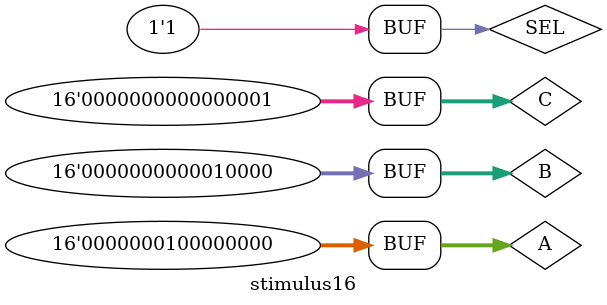
<source format=v>
`include "add16.v"

module stimulus16;

reg [15:0] A, B, C;
reg SEL;
wire [15:0] OUT;

Add16 Add16_tst(OUT, A, B);

initial
begin
  //$monitor($time, " A = %b, OUT = %b ", A, OUT);
  $monitor($time, " A = %b, B = %b, OUT = %b ", A, B, OUT);
  //$monitor($time, " A = %b, B = %b, SEL = %b, OUT = %b ", A, B, SEL, OUT);
end

initial
begin
  A = 16'h0; B = 16'h0; C = 16'h0; SEL = 1'b0;
  #5 A = 16'h0; B = 16'h10; C = 16'h0; SEL = 1'b0;
  #5 A = 16'h10; B = 16'h0; C = 16'h0; SEL = 1'b0;
  #5 A = 16'h10; B = 16'h10; C = 16'h0; SEL = 1'b0;
  #5 A = 16'h0; B = 16'h0; C = 16'h10; SEL = 1'b1;
  #5 A = 16'h0; B = 16'h10; C = 16'h10; SEL = 1'b1;
  #5 A = 16'h10; B = 16'h0; C = 16'h10; SEL = 1'b1;
  #5 A = 16'h10; B = 16'h10; C = 16'h10; SEL = 1'b1;
  #5 A = 16'h100; B = 16'h10; C = 16'h1; SEL = 1'b1;
end

endmodule

</source>
